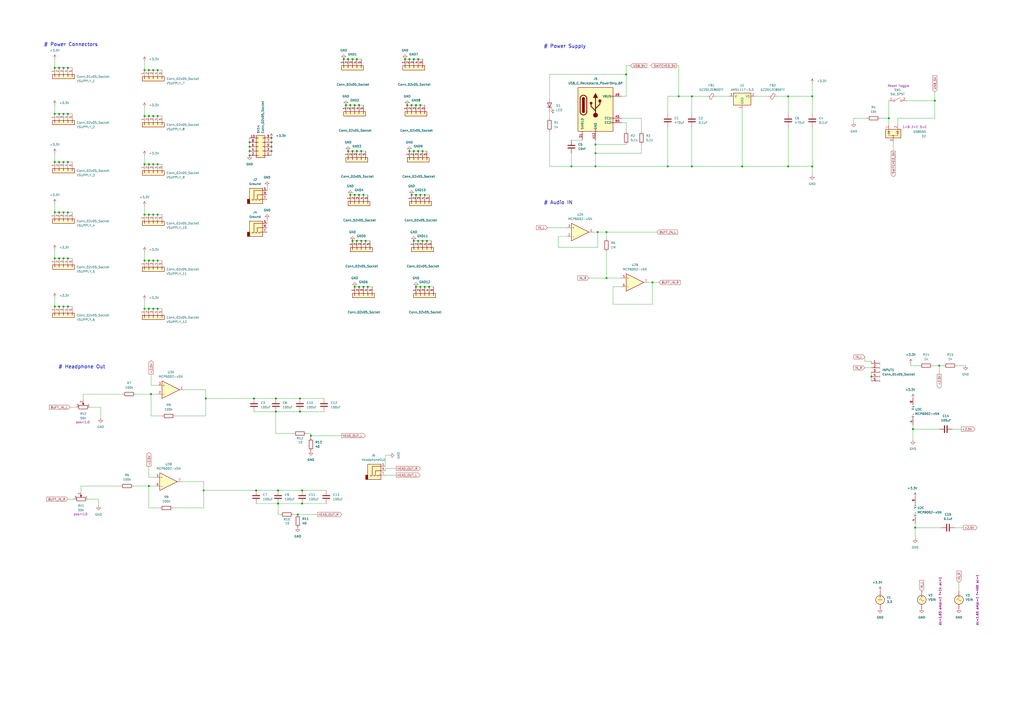
<source format=kicad_sch>
(kicad_sch (version 20231120) (generator "eeschema") (generator_version "8.0")
  (paper "A2")
  (junction (at 86.36 67.31))
  (junction (at 247.65 139.7))
  (junction (at 378.46 163.83))
  (junction (at 88.9 67.31))
  (junction (at 39.37 149.86))
  (junction (at 393.7 55.88))
  (junction (at 243.84 113.03))
  (junction (at 83.82 40.64))
  (junction (at 208.28 60.96))
  (junction (at 505.46 218.44))
  (junction (at 241.3 60.96))
  (junction (at 160.02 238.76))
  (junction (at 210.82 113.03))
  (junction (at 39.37 123.19))
  (junction (at 160.02 231.14))
  (junction (at 201.93 87.63))
  (junction (at 204.47 87.63))
  (junction (at 34.29 177.8))
  (junction (at 87.63 228.6))
  (junction (at 36.83 66.04))
  (junction (at 39.37 39.37))
  (junction (at 242.57 139.7))
  (junction (at 240.03 34.29))
  (junction (at 204.47 139.7))
  (junction (at 34.29 149.86))
  (junction (at 86.36 95.25))
  (junction (at 91.44 67.31))
  (junction (at 242.57 87.63))
  (junction (at 34.29 123.19))
  (junction (at 345.44 83.82))
  (junction (at 31.75 39.37))
  (junction (at 363.22 43.18))
  (junction (at 345.44 96.52))
  (junction (at 157.48 85.09))
  (junction (at 351.79 161.29))
  (junction (at 245.11 139.7))
  (junction (at 175.26 292.1))
  (junction (at 34.29 93.98))
  (junction (at 175.26 284.48))
  (junction (at 86.36 179.07))
  (junction (at 243.84 166.37))
  (junction (at 204.47 34.29))
  (junction (at 471.17 55.88))
  (junction (at 207.01 87.63))
  (junction (at 91.44 179.07))
  (junction (at 147.32 231.14))
  (junction (at 39.37 177.8))
  (junction (at 241.3 166.37))
  (junction (at 36.83 123.19))
  (junction (at 243.84 60.96))
  (junction (at 238.76 60.96))
  (junction (at 173.99 231.14))
  (junction (at 157.48 87.63))
  (junction (at 240.03 139.7))
  (junction (at 39.37 66.04))
  (junction (at 208.28 113.03))
  (junction (at 88.9 179.07))
  (junction (at 457.2 96.52))
  (junction (at 83.82 151.13))
  (junction (at 387.35 96.52))
  (junction (at 34.29 39.37))
  (junction (at 31.75 177.8))
  (junction (at 36.83 149.86))
  (junction (at 88.9 124.46))
  (junction (at 144.78 82.55))
  (junction (at 209.55 87.63))
  (junction (at 430.53 96.52))
  (junction (at 39.37 93.98))
  (junction (at 213.36 166.37))
  (junction (at 544.83 212.09))
  (junction (at 36.83 39.37))
  (junction (at 248.92 166.37))
  (junction (at 245.11 87.63))
  (junction (at 118.11 284.48))
  (junction (at 203.2 113.03))
  (junction (at 201.93 34.29))
  (junction (at 173.99 238.76))
  (junction (at 242.57 34.29))
  (junction (at 36.83 93.98))
  (junction (at 86.36 281.94))
  (junction (at 205.74 60.96))
  (junction (at 542.29 58.42))
  (junction (at 331.47 96.52))
  (junction (at 31.75 93.98))
  (junction (at 471.17 96.52))
  (junction (at 161.29 284.48))
  (junction (at 31.75 66.04))
  (junction (at 207.01 34.29))
  (junction (at 210.82 166.37))
  (junction (at 207.01 139.7))
  (junction (at 212.09 139.7))
  (junction (at 157.48 80.01))
  (junction (at 86.36 40.64))
  (junction (at 83.82 179.07))
  (junction (at 401.32 55.88))
  (junction (at 238.76 113.03))
  (junction (at 236.22 60.96))
  (junction (at 91.44 40.64))
  (junction (at 88.9 151.13))
  (junction (at 515.62 68.58))
  (junction (at 83.82 124.46))
  (junction (at 119.38 231.14))
  (junction (at 157.48 82.55))
  (junction (at 83.82 67.31))
  (junction (at 457.2 55.88))
  (junction (at 351.79 134.62))
  (junction (at 530.86 306.07))
  (junction (at 34.29 66.04))
  (junction (at 345.44 88.9))
  (junction (at 203.2 60.96))
  (junction (at 401.32 96.52))
  (junction (at 88.9 95.25))
  (junction (at 31.75 123.19))
  (junction (at 144.78 87.63))
  (junction (at 86.36 151.13))
  (junction (at 31.75 149.86))
  (junction (at 246.38 113.03))
  (junction (at 83.82 95.25))
  (junction (at 208.28 166.37))
  (junction (at 91.44 95.25))
  (junction (at 91.44 151.13))
  (junction (at 88.9 40.64))
  (junction (at 36.83 177.8))
  (junction (at 346.71 134.62))
  (junction (at 144.78 85.09))
  (junction (at 161.29 292.1))
  (junction (at 241.3 113.03))
  (junction (at 529.59 248.92))
  (junction (at 148.59 284.48))
  (junction (at 240.03 87.63))
  (junction (at 237.49 87.63))
  (junction (at 237.49 34.29))
  (junction (at 180.34 252.73))
  (junction (at 144.78 90.17))
  (junction (at 234.95 34.29))
  (junction (at 200.66 60.96))
  (junction (at 91.44 124.46))
  (junction (at 205.74 113.03))
  (junction (at 246.38 166.37))
  (junction (at 205.74 166.37))
  (junction (at 209.55 139.7))
  (junction (at 172.72 298.45))
  (junction (at 86.36 124.46))
  (junction (at 199.39 34.29))
  (wire (pts (xy 88.9 40.64) (xy 91.44 40.64)))
  (wire (pts (xy 36.83 123.19) (xy 39.37 123.19)))
  (wire (pts (xy 144.78 85.09) (xy 144.78 87.63)))
  (wire (pts (xy 31.75 66.04) (xy 34.29 66.04)))
  (wire (pts (xy 544.83 212.09) (xy 544.83 217.17)))
  (wire (pts (xy 323.85 143.51) (xy 323.85 137.16)))
  (wire (pts (xy 31.75 66.04) (xy 31.75 60.96)))
  (wire (pts (xy 119.38 226.06) (xy 119.38 231.14)))
  (wire (pts (xy 161.29 298.45) (xy 162.56 298.45)))
  (wire (pts (xy 86.36 151.13) (xy 88.9 151.13)))
  (wire (pts (xy 144.78 80.01) (xy 144.78 82.55)))
  (wire (pts (xy 243.84 60.96) (xy 246.38 60.96)))
  (wire (pts (xy 118.11 284.48) (xy 148.59 284.48)))
  (wire (pts (xy 323.85 137.16) (xy 328.93 137.16)))
  (wire (pts (xy 245.11 87.63) (xy 247.65 87.63)))
  (wire (pts (xy 36.83 39.37) (xy 39.37 39.37)))
  (wire (pts (xy 46.99 281.94) (xy 69.85 281.94)))
  (wire (pts (xy 86.36 124.46) (xy 88.9 124.46)))
  (wire (pts (xy 529.59 248.92) (xy 544.83 248.92)))
  (wire (pts (xy 471.17 73.66) (xy 471.17 96.52)))
  (wire (pts (xy 203.2 113.03) (xy 205.74 113.03)))
  (wire (pts (xy 331.47 88.9) (xy 331.47 96.52)))
  (wire (pts (xy 495.3 68.58) (xy 502.92 68.58)))
  (wire (pts (xy 243.84 113.03) (xy 246.38 113.03)))
  (wire (pts (xy 31.75 39.37) (xy 31.75 34.29)))
  (wire (pts (xy 212.09 139.7) (xy 214.63 139.7)))
  (wire (pts (xy 36.83 93.98) (xy 39.37 93.98)))
  (wire (pts (xy 401.32 66.04) (xy 401.32 55.88)))
  (wire (pts (xy 542.29 53.34) (xy 542.29 58.42)))
  (wire (pts (xy 415.29 55.88) (xy 422.91 55.88)))
  (wire (pts (xy 520.7 68.58) (xy 520.7 72.39)))
  (wire (pts (xy 87.63 241.3) (xy 87.63 228.6)))
  (wire (pts (xy 318.77 96.52) (xy 331.47 96.52)))
  (wire (pts (xy 118.11 284.48) (xy 118.11 294.64)))
  (wire (pts (xy 378.46 163.83) (xy 378.46 176.53)))
  (wire (pts (xy 92.71 294.64) (xy 86.36 294.64)))
  (wire (pts (xy 172.72 298.45) (xy 184.15 298.45)))
  (wire (pts (xy 86.36 270.51) (xy 86.36 276.86)))
  (wire (pts (xy 401.32 96.52) (xy 387.35 96.52)))
  (wire (pts (xy 205.74 166.37) (xy 208.28 166.37)))
  (wire (pts (xy 471.17 66.04) (xy 471.17 55.88)))
  (wire (pts (xy 208.28 113.03) (xy 210.82 113.03)))
  (wire (pts (xy 83.82 124.46) (xy 86.36 124.46)))
  (wire (pts (xy 57.15 289.56) (xy 57.15 293.37)))
  (wire (pts (xy 201.93 34.29) (xy 204.47 34.29)))
  (wire (pts (xy 58.42 236.22) (xy 58.42 242.57)))
  (wire (pts (xy 31.75 149.86) (xy 34.29 149.86)))
  (wire (pts (xy 457.2 66.04) (xy 457.2 55.88)))
  (wire (pts (xy 204.47 87.63) (xy 207.01 87.63)))
  (wire (pts (xy 36.83 66.04) (xy 39.37 66.04)))
  (wire (pts (xy 148.59 284.48) (xy 161.29 284.48)))
  (wire (pts (xy 36.83 149.86) (xy 39.37 149.86)))
  (wire (pts (xy 31.75 93.98) (xy 34.29 93.98)))
  (wire (pts (xy 530.86 306.07) (xy 530.86 303.53)))
  (wire (pts (xy 91.44 151.13) (xy 93.98 151.13)))
  (wire (pts (xy 83.82 67.31) (xy 83.82 62.23)))
  (wire (pts (xy 119.38 231.14) (xy 119.38 241.3)))
  (wire (pts (xy 83.82 124.46) (xy 83.82 119.38)))
  (wire (pts (xy 87.63 217.17) (xy 87.63 223.52)))
  (wire (pts (xy 341.63 161.29) (xy 351.79 161.29)))
  (wire (pts (xy 83.82 67.31) (xy 86.36 67.31)))
  (wire (pts (xy 471.17 96.52) (xy 457.2 96.52)))
  (wire (pts (xy 558.8 306.07) (xy 553.72 306.07)))
  (wire (pts (xy 372.11 88.9) (xy 345.44 88.9)))
  (wire (pts (xy 318.77 57.15) (xy 318.77 43.18)))
  (wire (pts (xy 83.82 95.25) (xy 86.36 95.25)))
  (wire (pts (xy 387.35 96.52) (xy 345.44 96.52)))
  (wire (pts (xy 91.44 40.64) (xy 93.98 40.64)))
  (wire (pts (xy 86.36 276.86) (xy 90.17 276.86)))
  (wire (pts (xy 457.2 73.66) (xy 457.2 96.52)))
  (wire (pts (xy 430.53 96.52) (xy 457.2 96.52)))
  (wire (pts (xy 318.77 76.2) (xy 318.77 96.52)))
  (wire (pts (xy 210.82 113.03) (xy 213.36 113.03)))
  (wire (pts (xy 39.37 177.8) (xy 41.91 177.8)))
  (wire (pts (xy 351.79 134.62) (xy 351.79 138.43)))
  (wire (pts (xy 246.38 166.37) (xy 248.92 166.37)))
  (wire (pts (xy 355.6 176.53) (xy 355.6 166.37)))
  (wire (pts (xy 83.82 151.13) (xy 86.36 151.13)))
  (wire (pts (xy 91.44 95.25) (xy 93.98 95.25)))
  (wire (pts (xy 387.35 66.04) (xy 387.35 55.88)))
  (wire (pts (xy 161.29 292.1) (xy 175.26 292.1)))
  (wire (pts (xy 505.46 215.9) (xy 505.46 218.44)))
  (wire (pts (xy 180.34 252.73) (xy 198.12 252.73)))
  (wire (pts (xy 34.29 93.98) (xy 36.83 93.98)))
  (wire (pts (xy 226.06 264.16) (xy 223.52 264.16)))
  (wire (pts (xy 248.92 166.37) (xy 251.46 166.37)))
  (wire (pts (xy 542.29 68.58) (xy 520.7 68.58)))
  (wire (pts (xy 86.36 281.94) (xy 90.17 281.94)))
  (wire (pts (xy 36.83 177.8) (xy 39.37 177.8)))
  (wire (pts (xy 238.76 113.03) (xy 241.3 113.03)))
  (wire (pts (xy 208.28 60.96) (xy 210.82 60.96)))
  (wire (pts (xy 378.46 163.83) (xy 382.27 163.83)))
  (wire (pts (xy 378.46 176.53) (xy 355.6 176.53)))
  (wire (pts (xy 88.9 151.13) (xy 91.44 151.13)))
  (wire (pts (xy 88.9 124.46) (xy 91.44 124.46)))
  (wire (pts (xy 438.15 55.88) (xy 445.77 55.88)))
  (wire (pts (xy 229.87 271.78) (xy 223.52 271.78)))
  (wire (pts (xy 401.32 73.66) (xy 401.32 96.52)))
  (wire (pts (xy 205.74 60.96) (xy 208.28 60.96)))
  (wire (pts (xy 229.87 275.59) (xy 223.52 275.59)))
  (wire (pts (xy 52.07 236.22) (xy 58.42 236.22)))
  (wire (pts (xy 170.18 298.45) (xy 172.72 298.45)))
  (wire (pts (xy 93.98 241.3) (xy 87.63 241.3)))
  (wire (pts (xy 495.3 71.12) (xy 495.3 68.58)))
  (wire (pts (xy 223.52 271.78) (xy 223.52 273.05)))
  (wire (pts (xy 241.3 113.03) (xy 243.84 113.03)))
  (wire (pts (xy 83.82 179.07) (xy 83.82 173.99)))
  (wire (pts (xy 363.22 55.88) (xy 360.68 55.88)))
  (wire (pts (xy 100.33 294.64) (xy 118.11 294.64)))
  (wire (pts (xy 88.9 67.31) (xy 91.44 67.31)))
  (wire (pts (xy 242.57 34.29) (xy 245.11 34.29)))
  (wire (pts (xy 401.32 55.88) (xy 410.21 55.88)))
  (wire (pts (xy 147.32 231.14) (xy 160.02 231.14)))
  (wire (pts (xy 161.29 292.1) (xy 161.29 298.45)))
  (wire (pts (xy 180.34 254) (xy 180.34 252.73)))
  (wire (pts (xy 175.26 284.48) (xy 189.23 284.48)))
  (wire (pts (xy 86.36 179.07) (xy 88.9 179.07)))
  (wire (pts (xy 83.82 40.64) (xy 86.36 40.64)))
  (wire (pts (xy 34.29 177.8) (xy 36.83 177.8)))
  (wire (pts (xy 317.5 132.08) (xy 328.93 132.08)))
  (wire (pts (xy 430.53 63.5) (xy 430.53 96.52)))
  (wire (pts (xy 86.36 294.64) (xy 86.36 281.94)))
  (wire (pts (xy 471.17 48.26) (xy 471.17 55.88)))
  (wire (pts (xy 457.2 55.88) (xy 471.17 55.88)))
  (wire (pts (xy 175.26 292.1) (xy 189.23 292.1)))
  (wire (pts (xy 48.26 228.6) (xy 71.12 228.6)))
  (wire (pts (xy 148.59 292.1) (xy 161.29 292.1)))
  (wire (pts (xy 88.9 179.07) (xy 91.44 179.07)))
  (wire (pts (xy 351.79 146.05) (xy 351.79 161.29)))
  (wire (pts (xy 360.68 68.58) (xy 372.11 68.58)))
  (wire (pts (xy 210.82 166.37) (xy 213.36 166.37)))
  (wire (pts (xy 501.65 207.01) (xy 501.65 209.55)))
  (wire (pts (xy 209.55 139.7) (xy 212.09 139.7)))
  (wire (pts (xy 83.82 179.07) (xy 86.36 179.07)))
  (wire (pts (xy 237.49 34.29) (xy 240.03 34.29)))
  (wire (pts (xy 160.02 251.46) (xy 170.18 251.46)))
  (wire (pts (xy 515.62 68.58) (xy 515.62 72.39)))
  (wire (pts (xy 351.79 161.29) (xy 360.68 161.29)))
  (wire (pts (xy 31.75 39.37) (xy 34.29 39.37)))
  (wire (pts (xy 241.3 166.37) (xy 243.84 166.37)))
  (wire (pts (xy 101.6 241.3) (xy 119.38 241.3)))
  (wire (pts (xy 363.22 71.12) (xy 363.22 76.2)))
  (wire (pts (xy 160.02 231.14) (xy 173.99 231.14)))
  (wire (pts (xy 87.63 228.6) (xy 91.44 228.6)))
  (wire (pts (xy 39.37 149.86) (xy 41.91 149.86)))
  (wire (pts (xy 39.37 123.19) (xy 41.91 123.19)))
  (wire (pts (xy 345.44 88.9) (xy 345.44 83.82)))
  (wire (pts (xy 39.37 93.98) (xy 41.91 93.98)))
  (wire (pts (xy 240.03 87.63) (xy 242.57 87.63)))
  (wire (pts (xy 505.46 218.44) (xy 505.46 220.98)))
  (wire (pts (xy 246.38 113.03) (xy 248.92 113.03)))
  (wire (pts (xy 157.48 87.63) (xy 157.48 90.17)))
  (wire (pts (xy 118.11 279.4) (xy 105.41 279.4)))
  (wire (pts (xy 344.17 134.62) (xy 346.71 134.62)))
  (wire (pts (xy 345.44 83.82) (xy 345.44 81.28)))
  (wire (pts (xy 106.68 226.06) (xy 119.38 226.06)))
  (wire (pts (xy 375.92 163.83) (xy 378.46 163.83)))
  (wire (pts (xy 40.64 236.22) (xy 44.45 236.22)))
  (wire (pts (xy 240.03 34.29) (xy 242.57 34.29)))
  (wire (pts (xy 34.29 39.37) (xy 36.83 39.37)))
  (wire (pts (xy 318.77 43.18) (xy 363.22 43.18)))
  (wire (pts (xy 204.47 34.29) (xy 207.01 34.29)))
  (wire (pts (xy 501.65 213.36) (xy 505.46 213.36)))
  (wire (pts (xy 528.32 212.09) (xy 533.4 212.09)))
  (wire (pts (xy 213.36 166.37) (xy 215.9 166.37)))
  (wire (pts (xy 530.86 306.07) (xy 546.1 306.07)))
  (wire (pts (xy 208.28 166.37) (xy 210.82 166.37)))
  (wire (pts (xy 363.22 43.18) (xy 363.22 55.88)))
  (wire (pts (xy 199.39 34.29) (xy 201.93 34.29)))
  (wire (pts (xy 119.38 231.14) (xy 147.32 231.14)))
  (wire (pts (xy 471.17 101.6) (xy 471.17 96.52)))
  (wire (pts (xy 50.8 289.56) (xy 57.15 289.56)))
  (wire (pts (xy 393.7 55.88) (xy 401.32 55.88)))
  (wire (pts (xy 39.37 39.37) (xy 41.91 39.37)))
  (wire (pts (xy 387.35 55.88) (xy 393.7 55.88)))
  (wire (pts (xy 200.66 60.96) (xy 203.2 60.96)))
  (wire (pts (xy 240.03 139.7) (xy 242.57 139.7)))
  (wire (pts (xy 144.78 87.63) (xy 144.78 90.17)))
  (wire (pts (xy 31.75 144.78) (xy 31.75 149.86)))
  (wire (pts (xy 180.34 252.73) (xy 180.34 251.46)))
  (wire (pts (xy 161.29 284.48) (xy 175.26 284.48)))
  (wire (pts (xy 78.74 228.6) (xy 87.63 228.6)))
  (wire (pts (xy 372.11 68.58) (xy 372.11 76.2)))
  (wire (pts (xy 31.75 93.98) (xy 31.75 88.9)))
  (wire (pts (xy 77.47 281.94) (xy 86.36 281.94)))
  (wire (pts (xy 154.94 107.95) (xy 154.94 110.49)))
  (wire (pts (xy 331.47 96.52) (xy 345.44 96.52)))
  (wire (pts (xy 515.62 58.42) (xy 515.62 68.58)))
  (wire (pts (xy 245.11 139.7) (xy 247.65 139.7)))
  (wire (pts (xy 144.78 82.55) (xy 144.78 85.09)))
  (wire (pts (xy 86.36 95.25) (xy 88.9 95.25)))
  (wire (pts (xy 160.02 251.46) (xy 160.02 238.76)))
  (wire (pts (xy 318.77 68.58) (xy 318.77 64.77)))
  (wire (pts (xy 541.02 212.09) (xy 544.83 212.09)))
  (wire (pts (xy 31.75 177.8) (xy 31.75 172.72)))
  (wire (pts (xy 346.71 134.62) (xy 346.71 143.51)))
  (wire (pts (xy 91.44 179.07) (xy 93.98 179.07)))
  (wire (pts (xy 430.53 96.52) (xy 401.32 96.52)))
  (wire (pts (xy 331.47 81.28) (xy 337.82 81.28)))
  (wire (pts (xy 372.11 83.82) (xy 372.11 88.9)))
  (wire (pts (xy 528.32 210.82) (xy 528.32 212.09)))
  (wire (pts (xy 204.47 139.7) (xy 207.01 139.7)))
  (wire (pts (xy 83.82 95.25) (xy 83.82 90.17)))
  (wire (pts (xy 529.59 255.27) (xy 529.59 248.92)))
  (wire (pts (xy 544.83 212.09) (xy 547.37 212.09)))
  (wire (pts (xy 345.44 96.52) (xy 345.44 88.9)))
  (wire (pts (xy 31.75 123.19) (xy 31.75 118.11)))
  (wire (pts (xy 205.74 113.03) (xy 208.28 113.03)))
  (wire (pts (xy 393.7 38.1) (xy 393.7 55.88)))
  (wire (pts (xy 238.76 60.96) (xy 241.3 60.96)))
  (wire (pts (xy 83.82 40.64) (xy 83.82 35.56)))
  (wire (pts (xy 560.07 212.09) (xy 554.99 212.09)))
  (wire (pts (xy 505.46 209.55) (xy 505.46 210.82)))
  (wire (pts (xy 31.75 177.8) (xy 34.29 177.8)))
  (wire (pts (xy 173.99 238.76) (xy 187.96 238.76)))
  (wire (pts (xy 87.63 223.52) (xy 91.44 223.52)))
  (wire (pts (xy 157.48 85.09) (xy 157.48 87.63)))
  (wire (pts (xy 157.48 80.01) (xy 157.48 82.55)))
  (wire (pts (xy 243.84 166.37) (xy 246.38 166.37)))
  (wire (pts (xy 387.35 73.66) (xy 387.35 96.52)))
  (wire (pts (xy 360.68 71.12) (xy 363.22 71.12)))
  (wire (pts (xy 157.48 82.55) (xy 157.48 85.09)))
  (wire (pts (xy 355.6 166.37) (xy 360.68 166.37)))
  (wire (pts (xy 223.52 264.16) (xy 223.52 270.51)))
  (wire (pts (xy 177.8 251.46) (xy 180.34 251.46)))
  (wire (pts (xy 241.3 60.96) (xy 243.84 60.96)))
  (wire (pts (xy 501.65 209.55) (xy 505.46 209.55)))
  (wire (pts (xy 542.29 58.42) (xy 542.29 68.58)))
  (wire (pts (xy 118.11 279.4) (xy 118.11 284.48)))
  (wire (pts (xy 346.71 134.62) (xy 351.79 134.62)))
  (wire (pts (xy 154.94 127) (xy 154.94 129.54)))
  (wire (pts (xy 346.71 143.51) (xy 323.85 143.51)))
  (wire (pts (xy 201.93 87.63) (xy 204.47 87.63)))
  (wire (pts (xy 48.26 232.41) (xy 48.26 228.6)))
  (wire (pts (xy 530.86 312.42) (xy 530.86 306.07)))
  (wire (pts (xy 88.9 95.25) (xy 91.44 95.25)))
  (wire (pts (xy 86.36 40.64) (xy 88.9 40.64)))
  (wire (pts (xy 173.99 231.14) (xy 187.96 231.14)))
  (wire (pts (xy 363.22 83.82) (xy 345.44 83.82)))
  (wire (pts (xy 39.37 66.04) (xy 41.91 66.04)))
  (wire (pts (xy 236.22 60.96) (xy 238.76 60.96)))
  (wire (pts (xy 203.2 60.96) (xy 205.74 60.96)))
  (wire (pts (xy 91.44 67.31) (xy 93.98 67.31)))
  (wire (pts (xy 31.75 123.19) (xy 34.29 123.19)))
  (wire (pts (xy 160.02 238.76) (xy 173.99 238.76)))
  (wire (pts (xy 207.01 87.63) (xy 209.55 87.63)))
  (wire (pts (xy 365.76 38.1) (xy 363.22 38.1)))
  (wire (pts (xy 247.65 139.7) (xy 250.19 139.7)))
  (wire (pts (xy 39.37 289.56) (xy 43.18 289.56)))
  (wire (pts (xy 83.82 151.13) (xy 83.82 146.05)))
  (wire (pts (xy 147.32 238.76) (xy 160.02 238.76)))
  (wire (pts (xy 529.59 248.92) (xy 529.59 246.38)))
  (wire (pts (xy 34.29 66.04) (xy 36.83 66.04)))
  (wire (pts (xy 237.49 87.63) (xy 240.03 87.63)))
  (wire (pts (xy 525.78 58.42) (xy 542.29 58.42)))
  (wire (pts (xy 557.53 248.92) (xy 552.45 248.92)))
  (wire (pts (xy 91.44 124.46) (xy 93.98 124.46)))
  (wire (pts (xy 351.79 134.62) (xy 381 134.62)))
  (wire (pts (xy 450.85 55.88) (xy 457.2 55.88)))
  (wire (pts (xy 242.57 139.7) (xy 245.11 139.7)))
  (wire (pts (xy 510.54 68.58) (xy 515.62 68.58)))
  (wire (pts (xy 34.29 123.19) (xy 36.83 123.19)))
  (wire (pts (xy 234.95 34.29) (xy 237.49 34.29)))
  (wire (pts (xy 207.01 139.7) (xy 209.55 139.7)))
  (wire (pts (xy 46.99 285.75) (xy 46.99 281.94)))
  (wire (pts (xy 363.22 38.1) (xy 363.22 43.18)))
  (wire (pts (xy 392.43 38.1) (xy 393.7 38.1)))
  (wire (pts (xy 518.16 82.55) (xy 518.16 87.63)))
  (wire (pts (xy 242.57 87.63) (xy 245.11 87.63)))
  (wire (pts (xy 207.01 34.29) (xy 209.55 34.29)))
  (wire (pts (xy 556.26 337.82) (xy 556.26 342.9)))
  (wire (pts (xy 209.55 87.63) (xy 212.09 87.63)))
  (wire (pts (xy 34.29 149.86) (xy 36.83 149.86)))
  (wire (pts (xy 86.36 67.31) (xy 88.9 67.31)))
  (text "# Power Supply" (at 327.66 26.924 0) (effects (font (size 2.032 2.032) (thickness 0.254) (bold yes))))
  (text "# Audio IN" (at 323.85 117.602 0) (effects (font (size 2.032 2.032) (thickness 0.254) (bold yes))))
  (text "# Headphone Out" (at 47.498 212.852 0) (effects (font (size 2.032 2.032) (thickness 0.254) (bold yes))))
  (text "# Power Connectors" (at 41.148 25.908 0) (effects (font (size 2.032 2.032) (thickness 0.254) (bold yes))))
  (global_label "USB_5V" (shape input) (at 365.76 38.1 0) (property "Intersheetrefs" "${INTERSHEET_REFS}" (effects (hide yes))))
  (global_label "BUFF_IN_R" (shape input) (at 382.27 163.83 0) (property "Intersheetrefs" "${INTERSHEET_REFS}" (effects (hide yes))))
  (global_label "+2.5V" (shape output) (at 557.53 248.92 0) (property "Intersheetrefs" "${INTERSHEET_REFS}" (effects (hide yes))))
  (global_label "BUFF_IN_L" (shape input) (at 40.64 236.22 180) (property "Intersheetrefs" "${INTERSHEET_REFS}" (effects (hide yes))))
  (global_label "HEAD_OUT_L" (shape output) (at 198.12 252.73 0) (property "Intersheetrefs" "${INTERSHEET_REFS}" (effects (hide yes))))
  (global_label "+2.5V" (shape output) (at 87.63 217.17 90) (property "Intersheetrefs" "${INTERSHEET_REFS}" (effects (hide yes))))
  (global_label "HEAD_OUT_R" (shape output) (at 229.87 271.78 0) (property "Intersheetrefs" "${INTERSHEET_REFS}" (effects (hide yes))))
  (global_label "IN_L" (shape input) (at 317.5 132.08 180) (property "Intersheetrefs" "${INTERSHEET_REFS}" (effects (hide yes))))
  (global_label "SWITCHED_5V" (shape output) (at 392.43 38.1 180) (property "Intersheetrefs" "${INTERSHEET_REFS}" (effects (hide yes))))
  (global_label "IN_L" (shape input) (at 534.67 342.9 90) (property "Intersheetrefs" "${INTERSHEET_REFS}" (effects (hide yes))))
  (global_label "SWITCHED_5V" (shape output) (at 518.16 87.63 270) (property "Intersheetrefs" "${INTERSHEET_REFS}" (effects (hide yes))))
  (global_label "IN_R" (shape input) (at 556.26 337.82 90) (property "Intersheetrefs" "${INTERSHEET_REFS}" (effects (hide yes))))
  (global_label "USB_5V" (shape input) (at 542.29 53.34 90) (property "Intersheetrefs" "${INTERSHEET_REFS}" (effects (hide yes))))
  (global_label "IN_R" (shape input) (at 501.65 213.36 180) (property "Intersheetrefs" "${INTERSHEET_REFS}" (effects (hide yes))))
  (global_label "HEAD_OUT_R" (shape output) (at 184.15 298.45 0) (property "Intersheetrefs" "${INTERSHEET_REFS}" (effects (hide yes))))
  (global_label "BUFF_IN_L" (shape input) (at 381 134.62 0) (property "Intersheetrefs" "${INTERSHEET_REFS}" (effects (hide yes))))
  (global_label "+2.5V" (shape output) (at 86.36 270.51 90) (property "Intersheetrefs" "${INTERSHEET_REFS}" (effects (hide yes))))
  (global_label "IN_L" (shape input) (at 501.65 207.01 180) (property "Intersheetrefs" "${INTERSHEET_REFS}" (effects (hide yes))))
  (global_label "+2.5V" (shape output) (at 558.8 306.07 0) (property "Intersheetrefs" "${INTERSHEET_REFS}" (effects (hide yes))))
  (global_label "BUFF_IN_R" (shape input) (at 39.37 289.56 180) (property "Intersheetrefs" "${INTERSHEET_REFS}" (effects (hide yes))))
  (global_label "HEAD_OUT_L" (shape output) (at 229.87 275.59 0) (property "Intersheetrefs" "${INTERSHEET_REFS}" (effects (hide yes))))
  (global_label "IN_R" (shape input) (at 341.63 161.29 180) (property "Intersheetrefs" "${INTERSHEET_REFS}" (effects (hide yes))))
  (global_label "+2.5V" (shape output) (at 544.83 217.17 270) (property "Intersheetrefs" "${INTERSHEET_REFS}" (effects (hide yes))))
  (symbol (lib_id "Connector_Generic:Conn_01x05") (at 210.82 171.45 90) (mirror x) (unit 1) (exclude_from_sim yes)
    (property "Reference" "GND6" (at 210.82 163.576 90))
    (property "Value" "Conn_02x05_Socket" (at 211.074 181.102 90))
    (property "Footprint" "BreadModular_MISC:Power_Connector" (effects (hide yes)))
    (property "Description" "Generic connector, single row, 01x05, script generated (kicad-library-utils/schlib/autogen/connector/)" (effects (hide yes)))
  )
  (symbol (lib_id "power:GND") (at 556.26 353.06 0) (unit 1)
    (property "Reference" "#PWR032" (effects (hide yes)))
    (property "Value" "GND" (at 556.26 358.14 0))
    (property "Description" "Power symbol creates a global label with name \"GND\" , ground" (effects (hide yes)))
  )
  (symbol (lib_id "Device:C") (at 189.23 288.29 0) (unit 1)
    (property "Reference" "C13" (at 193.04 287.0199 0) (effects (justify left)))
    (property "Value" "100uf" (at 193.04 289.5599 0) (effects (justify left)))
    (property "Footprint" "Capacitor_SMD:C_1206_3216Metric" (effects (hide yes)))
    (property "Description" "Unpolarized capacitor" (effects (hide yes)))
  )
  (symbol (lib_id "Device:R") (at 551.18 212.09 90) (unit 1)
    (property "Reference" "R15" (at 551.18 205.74 90))
    (property "Value" "1k" (at 551.18 208.28 90))
    (property "Footprint" "Resistor_SMD:R_0402_1005Metric" (effects (hide yes)))
    (property "Description" "Resistor" (effects (hide yes)))
  )
  (symbol (lib_id "Amplifier_Operational:MCP6002-xSN") (at 336.55 134.62 0) (unit 1)
    (property "Reference" "U2" (at 336.55 124.46 0))
    (property "Value" "MCP6002-xSN" (at 336.55 127 0))
    (property "Footprint" "Package_SO:SOIC-8-1EP_3.9x4.9mm_P1.27mm_EP2.29x3mm" (effects (hide yes)))
    (property "Datasheet" "http://ww1.microchip.com/downloads/en/DeviceDoc/21733j.pdf" (effects (hide yes)))
    (property "Description" "1MHz, Low-Power Op Amp, SOIC-8" (effects (hide yes)))
    (property "Sim.Library" "${KICAD8_SYMBOL_DIR}/Simulation_SPICE.sp" (effects (hide yes)))
    (property "Sim.Name" "kicad_builtin_opamp_dual" (effects (hide yes)))
    (property "Sim.Device" "SUBCKT" (effects (hide yes)))
    (property "Sim.Pins" "1=out1 2=in1- 3=in1+ 4=vee 5=in2+ 6=in2- 7=out2 8=vcc" (effects (hide yes)))
  )
  (symbol (lib_id "Device:R") (at 372.11 80.01 0) (unit 1) (exclude_from_sim yes)
    (property "Reference" "R3" (at 374.65 78.7399 0) (effects (justify left)))
    (property "Value" "5.1k" (at 374.65 81.2799 0) (effects (justify left)))
    (property "Footprint" "Resistor_SMD:R_0603_1608Metric" (effects (hide yes)))
    (property "Description" "Resistor" (effects (hide yes)))
  )
  (symbol (lib_id "Connector_Generic:Conn_01x05") (at 88.9 184.15 90) (mirror x) (unit 1) (exclude_from_sim yes)
    (property "Reference" "VSUPPLY_12" (at 96.52 186.6901 90) (effects (justify right)))
    (property "Value" "Conn_02x05_Socket" (at 96.52 184.1501 90) (effects (justify right)))
    (property "Footprint" "BreadModular_MISC:Power_Connector" (effects (hide yes)))
    (property "Description" "Generic connector, single row, 01x05, script generated (kicad-library-utils/schlib/autogen/connector/)" (effects (hide yes)))
  )
  (symbol (lib_id "Device:R") (at 97.79 241.3 90) (unit 1)
    (property "Reference" "R9" (at 97.79 234.95 90))
    (property "Value" "100k" (at 97.79 237.49 90))
    (property "Footprint" "Resistor_SMD:R_0402_1005Metric" (effects (hide yes)))
    (property "Description" "Resistor" (effects (hide yes)))
  )
  (symbol (lib_id "power:+5V") (at 510.54 342.9 0) (unit 1)
    (property "Reference" "#PWR025" (effects (hide yes)))
    (property "Value" "+3.3V" (at 505.968 337.82 0) (effects (justify left)))
    (property "Description" "Power symbol creates a global label with name \"+5V\"" (effects (hide yes)))
  )
  (symbol (lib_id "power:GND") (at 241.3 166.37 180) (unit 1)
    (property "Reference" "#PWR024" (effects (hide yes)))
    (property "Value" "GND" (at 241.3 161.29 0))
    (property "Description" "Power symbol creates a global label with name \"GND\" , ground" (effects (hide yes)))
  )
  (symbol (lib_id "power:+5V") (at 529.59 231.14 0) (unit 1)
    (property "Reference" "#PWR042" (effects (hide yes)))
    (property "Value" "+3.3V" (at 525.018 226.06 0) (effects (justify left)))
    (property "Description" "Power symbol creates a global label with name \"+5V\"" (effects (hide yes)))
  )
  (symbol (lib_id "Connector_Generic:Conn_01x05") (at 207.01 92.71 90) (mirror x) (unit 1) (exclude_from_sim yes)
    (property "Reference" "GND3" (at 207.01 84.836 90))
    (property "Value" "Conn_02x05_Socket" (at 207.264 102.362 90))
    (property "Footprint" "BreadModular_MISC:Power_Connector" (effects (hide yes)))
    (property "Description" "Generic connector, single row, 01x05, script generated (kicad-library-utils/schlib/autogen/connector/)" (effects (hide yes)))
  )
  (symbol (lib_id "Connector_Generic:Conn_01x05") (at 240.03 39.37 90) (mirror x) (unit 1) (exclude_from_sim yes)
    (property "Reference" "GND7" (at 240.03 31.496 90))
    (property "Value" "Conn_02x05_Socket" (at 240.284 49.022 90))
    (property "Footprint" "BreadModular_MISC:Power_Connector" (effects (hide yes)))
    (property "Description" "Generic connector, single row, 01x05, script generated (kicad-library-utils/schlib/autogen/connector/)" (effects (hide yes)))
  )
  (symbol (lib_id "Connector_Generic:Conn_01x05") (at 36.83 44.45 90) (mirror x) (unit 1) (exclude_from_sim yes)
    (property "Reference" "VSUPPLY_1" (at 44.45 46.9901 90) (effects (justify right)))
    (property "Value" "Conn_01x05_Socket" (at 44.45 44.4501 90) (effects (justify right)))
    (property "Footprint" "BreadModular_MISC:Power_Connector" (effects (hide yes)))
    (property "Description" "Generic connector, single row, 01x05, script generated (kicad-library-utils/schlib/autogen/connector/)" (effects (hide yes)))
  )
  (symbol (lib_id "Connector_Generic:Conn_01x05") (at 88.9 100.33 90) (mirror x) (unit 1) (exclude_from_sim yes)
    (property "Reference" "VSUPPLY_9" (at 96.52 102.8701 90) (effects (justify right)))
    (property "Value" "Conn_02x05_Socket" (at 96.52 100.3301 90) (effects (justify right)))
    (property "Footprint" "BreadModular_MISC:Power_Connector" (effects (hide yes)))
    (property "Description" "Generic connector, single row, 01x05, script generated (kicad-library-utils/schlib/autogen/connector/)" (effects (hide yes)))
  )
  (symbol (lib_id "power:GND") (at 144.78 90.17 0) (unit 1)
    (property "Reference" "#PWR027" (effects (hide yes)))
    (property "Value" "GND" (at 144.78 95.25 0))
    (property "Description" "Power symbol creates a global label with name \"GND\" , ground" (effects (hide yes)))
  )
  (symbol (lib_id "Regulator_Linear:AMS1117-3.3") (at 430.53 55.88 0) (unit 1) (exclude_from_sim yes)
    (property "Reference" "U1" (at 430.53 49.53 0))
    (property "Value" "AMS1117-3.3" (at 430.53 52.07 0))
    (property "Footprint" "Package_TO_SOT_SMD:SOT-223" (effects (hide yes)))
    (property "Datasheet" "http://www.advanced-monolithic.com/pdf/ds1117.pdf" (effects (hide yes)))
    (property "Description" "1A Low Dropout regulator, positive, 3.3V fixed output, SOT-223" (effects (hide yes)))
  )
  (symbol (lib_id "Connector_Generic:Conn_01x05") (at 242.57 92.71 90) (mirror x) (unit 1) (exclude_from_sim yes)
    (property "Reference" "GND9" (at 242.57 84.836 90))
    (property "Value" "Conn_02x05_Socket" (at 242.824 102.362 90))
    (property "Footprint" "BreadModular_MISC:Power_Connector" (effects (hide yes)))
    (property "Description" "Generic connector, single row, 01x05, script generated (kicad-library-utils/schlib/autogen/connector/)" (effects (hide yes)))
  )
  (symbol (lib_id "power:+5V") (at 31.75 88.9 0) (unit 1)
    (property "Reference" "#PWR07" (effects (hide yes)))
    (property "Value" "+3.3V" (at 31.75 83.82 0))
    (property "Description" "Power symbol creates a global label with name \"+5V\"" (effects (hide yes)))
  )
  (symbol (lib_id "power:+5V") (at 31.75 144.78 0) (unit 1)
    (property "Reference" "#PWR09" (effects (hide yes)))
    (property "Value" "+3.3V" (at 34.29 143.5099 0) (effects (justify left)))
    (property "Description" "Power symbol creates a global label with name \"+5V\"" (effects (hide yes)))
  )
  (symbol (lib_id "Simulation_SPICE:VSIN") (at 556.26 347.98 0) (unit 1) (on_board no)
    (property "Reference" "V3" (at 560.07 345.3101 0) (effects (justify left)))
    (property "Value" "VSIN" (at 560.07 347.8501 0) (effects (justify left)))
    (property "Datasheet" "https://ngspice.sourceforge.io/docs/ngspice-html-manual/manual.xhtml#sec_Independent_Sources_for" (effects (hide yes)))
    (property "Description" "Voltage source, sinusoidal" (effects (hide yes)))
    (property "Sim.Pins" "1=+ 2=-" (effects (hide yes)))
    (property "Sim.Params" "dc=1.65 ampl=1 f=400 ac=1" (at 566.928 362.712 90) (effects (justify left)))
    (property "Sim.Type" "SIN" (effects (hide yes)))
    (property "Sim.Device" "V" (effects (hide yes)))
  )
  (symbol (lib_id "power:+5V") (at 83.82 146.05 0) (unit 1)
    (property "Reference" "#PWR017" (effects (hide yes)))
    (property "Value" "+3.3V" (at 86.36 144.7799 0) (effects (justify left)))
    (property "Description" "Power symbol creates a global label with name \"+5V\"" (effects (hide yes)))
  )
  (symbol (lib_id "Amplifier_Operational:MCP6002-xSN") (at 99.06 226.06 0) (unit 1)
    (property "Reference" "U3" (at 99.06 215.9 0))
    (property "Value" "MCP6002-xSN" (at 99.06 218.44 0))
    (property "Footprint" "Package_SO:SOIC-8-1EP_3.9x4.9mm_P1.27mm_EP2.29x3mm" (effects (hide yes)))
    (property "Datasheet" "http://ww1.microchip.com/downloads/en/DeviceDoc/21733j.pdf" (effects (hide yes)))
    (property "Description" "1MHz, Low-Power Op Amp, SOIC-8" (effects (hide yes)))
    (property "Sim.Library" "${KICAD8_SYMBOL_DIR}/Simulation_SPICE.sp" (effects (hide yes)))
    (property "Sim.Name" "kicad_builtin_opamp_dual" (effects (hide yes)))
    (property "Sim.Device" "SUBCKT" (effects (hide yes)))
    (property "Sim.Pins" "1=out1 2=in1- 3=in1+ 4=vee 5=in2+ 6=in2- 7=out2 8=vcc" (effects (hide yes)))
  )
  (symbol (lib_id "Device:C") (at 471.17 69.85 0) (unit 1) (exclude_from_sim yes)
    (property "Reference" "C4" (at 474.98 68.5799 0) (effects (justify left)))
    (property "Value" "0.1uf" (at 474.98 71.1199 0) (effects (justify left)))
    (property "Footprint" "Capacitor_SMD:C_0805_2012Metric" (effects (hide yes)))
    (property "Description" "Unpolarized capacitor" (effects (hide yes)))
  )
  (symbol (lib_id "power:+5V") (at 31.75 34.29 0) (unit 1)
    (property "Reference" "#PWR01" (effects (hide yes)))
    (property "Value" "+3.3V" (at 31.75 29.21 0))
    (property "Description" "Power symbol creates a global label with name \"+5V\"" (effects (hide yes)))
  )
  (symbol (lib_id "Connector_Generic:Conn_01x05") (at 88.9 72.39 90) (mirror x) (unit 1) (exclude_from_sim yes)
    (property "Reference" "VSUPPLY_8" (at 96.52 74.9301 90) (effects (justify right)))
    (property "Value" "Conn_02x05_Socket" (at 96.52 72.3901 90) (effects (justify right)))
    (property "Footprint" "BreadModular_MISC:Power_Connector" (effects (hide yes)))
    (property "Description" "Generic connector, single row, 01x05, script generated (kicad-library-utils/schlib/autogen/connector/)" (effects (hide yes)))
  )
  (symbol (lib_id "power:GND") (at 199.39 34.29 180) (unit 1)
    (property "Reference" "#PWR05" (effects (hide yes)))
    (property "Value" "GND" (at 199.39 29.21 0))
    (property "Description" "Power symbol creates a global label with name \"GND\" , ground" (effects (hide yes)))
  )
  (symbol (lib_id "Connector:USB_C_Receptacle_PowerOnly_6P") (at 345.44 63.5 0) (unit 1) (exclude_from_sim yes)
    (property "Reference" "J5" (at 345.44 45.72 0))
    (property "Value" "USB_C_Receptacle_PowerOnly_6P" (at 345.44 48.26 0))
    (property "Footprint" "BreadModular_TypeC:HRO-TYPE-C-31-M-12" (effects (hide yes)))
    (property "Datasheet" "https://www.usb.org/sites/default/files/documents/usb_type-c.zip" (effects (hide yes)))
    (property "Description" "USB Power-Only 6P Type-C Receptacle connector" (effects (hide yes)))
  )
  (symbol (lib_id "Connector_Generic:Conn_01x05") (at 36.83 99.06 90) (mirror x) (unit 1) (exclude_from_sim yes)
    (property "Reference" "VSUPPLY_3" (at 44.45 101.6001 90) (effects (justify right)))
    (property "Value" "Conn_02x05_Socket" (at 44.45 99.0601 90) (effects (justify right)))
    (property "Footprint" "BreadModular_MISC:Power_Connector" (effects (hide yes)))
    (property "Description" "Generic connector, single row, 01x05, script generated (kicad-library-utils/schlib/autogen/connector/)" (effects (hide yes)))
  )
  (symbol (lib_id "Amplifier_Operational:MCP6002-xSN") (at 532.13 238.76 0) (unit 3)
    (property "Reference" "U3" (at 530.86 237.4899 0) (effects (justify left)))
    (property "Value" "MCP6002-xSN" (at 530.86 240.0299 0) (effects (justify left)))
    (property "Footprint" "Package_SO:SOIC-8-1EP_3.9x4.9mm_P1.27mm_EP2.29x3mm" (effects (hide yes)))
    (property "Datasheet" "http://ww1.microchip.com/downloads/en/DeviceDoc/21733j.pdf" (effects (hide yes)))
    (property "Description" "1MHz, Low-Power Op Amp, SOIC-8" (effects (hide yes)))
    (property "Sim.Library" "${KICAD8_SYMBOL_DIR}/Simulation_SPICE.sp" (effects (hide yes)))
    (property "Sim.Name" "kicad_builtin_opamp_dual" (effects (hide yes)))
    (property "Sim.Device" "SUBCKT" (effects (hide yes)))
    (property "Sim.Pins" "1=out1 2=in1- 3=in1+ 4=vee 5=in2+ 6=in2- 7=out2 8=vcc" (effects (hide yes)))
  )
  (symbol (lib_id "Connector_Audio:AudioJack3") (at 149.86 113.03 0) (unit 1) (exclude_from_sim yes)
    (property "Reference" "J2" (at 147.955 104.14 0))
    (property "Value" "Ground" (at 147.955 106.68 0))
    (property "Footprint" "BreadModular_AudioJacks:Jack_3.5mm_QingPu_WQP-PJ366ST_Vertical" (effects (hide yes)))
    (property "Description" "Audio Jack, 3 Poles (Stereo / TRS)" (effects (hide yes)))
  )
  (symbol (lib_id "Device:FerriteBead_Small") (at 448.31 55.88 90) (unit 1) (exclude_from_sim yes)
    (property "Reference" "FB2" (at 448.2719 49.53 90))
    (property "Value" "GZ2012E800TF" (at 448.2719 52.07 90))
    (property "Footprint" "Capacitor_SMD:C_0805_2012Metric" (effects (hide yes)))
    (property "Description" "Ferrite bead, small symbol" (effects (hide yes)))
  )
  (symbol (lib_id "power:+5V") (at 83.82 62.23 0) (unit 1)
    (property "Reference" "#PWR014" (effects (hide yes)))
    (property "Value" "+3.3V" (at 86.36 60.9599 0) (effects (justify left)))
    (property "Description" "Power symbol creates a global label with name \"+5V\"" (effects (hide yes)))
  )
  (symbol (lib_id "Device:C") (at 173.99 234.95 0) (unit 1)
    (property "Reference" "C10" (at 177.8 233.6799 0) (effects (justify left)))
    (property "Value" "100uf" (at 177.8 236.2199 0) (effects (justify left)))
    (property "Footprint" "Capacitor_SMD:C_1206_3216Metric" (effects (hide yes)))
    (property "Description" "Unpolarized capacitor" (effects (hide yes)))
  )
  (symbol (lib_id "Device:C") (at 175.26 288.29 0) (unit 1)
    (property "Reference" "C11" (at 179.07 287.0199 0) (effects (justify left)))
    (property "Value" "100uf" (at 179.07 289.5599 0) (effects (justify left)))
    (property "Footprint" "Capacitor_SMD:C_1206_3216Metric" (effects (hide yes)))
    (property "Description" "Unpolarized capacitor" (effects (hide yes)))
  )
  (symbol (lib_id "Device:R") (at 172.72 302.26 180) (unit 1) (on_board no)
    (property "Reference" "R11" (at 175.26 300.9899 0) (effects (justify right)))
    (property "Value" "40" (at 175.26 303.5299 0) (effects (justify right)))
    (property "Description" "Resistor" (effects (hide yes)))
  )
  (symbol (lib_id "Device:R") (at 180.34 257.81 180) (unit 1) (on_board no)
    (property "Reference" "R13" (at 182.88 256.5399 0) (effects (justify right)))
    (property "Value" "40" (at 182.88 259.0799 0) (effects (justify right)))
    (property "Footprint" "Resistor_SMD:R_0402_1005Metric" (effects (hide yes)))
    (property "Description" "Resistor" (effects (hide yes)))
  )
  (symbol (lib_id "Connector_Audio:AudioJack3") (at 149.86 132.08 0) (unit 1) (exclude_from_sim yes)
    (property "Reference" "J4" (at 147.955 123.19 0))
    (property "Value" "Ground" (at 147.955 125.73 0))
    (property "Footprint" "BreadModular_AudioJacks:Jack_3.5mm_QingPu_WQP-PJ366ST_Vertical" (effects (hide yes)))
    (property "Description" "Audio Jack, 3 Poles (Stereo / TRS)" (effects (hide yes)))
  )
  (symbol (lib_id "Connector_Generic:Conn_01x05") (at 209.55 144.78 90) (mirror x) (unit 1) (exclude_from_sim yes)
    (property "Reference" "GND5" (at 209.55 136.906 90))
    (property "Value" "Conn_02x05_Socket" (at 209.804 154.432 90))
    (property "Footprint" "BreadModular_MISC:Power_Connector" (effects (hide yes)))
    (property "Description" "Generic connector, single row, 01x05, script generated (kicad-library-utils/schlib/autogen/connector/)" (effects (hide yes)))
  )
  (symbol (lib_id "Device:C") (at 548.64 248.92 90) (unit 1)
    (property "Reference" "C14" (at 548.64 241.3 90))
    (property "Value" "100uf" (at 548.64 243.84 90))
    (property "Footprint" "Capacitor_SMD:C_1206_3216Metric" (effects (hide yes)))
    (property "Description" "Unpolarized capacitor" (effects (hide yes)))
  )
  (symbol (lib_id "power:+5V") (at 471.17 48.26 0) (unit 1)
    (property "Reference" "#PWR035" (effects (hide yes)))
    (property "Value" "+3.3V" (at 473.71 46.9899 0) (effects (justify left)))
    (property "Description" "Power symbol creates a global label with name \"+5V\"" (effects (hide yes)))
  )
  (symbol (lib_id "Connector_Generic:Conn_01x05") (at 36.83 128.27 90) (mirror x) (unit 1) (exclude_from_sim yes)
    (property "Reference" "VSUPPLY_4" (at 44.45 130.8101 90) (effects (justify right)))
    (property "Value" "Conn_02x05_Socket" (at 44.45 128.2701 90) (effects (justify right)))
    (property "Footprint" "BreadModular_MISC:Power_Connector" (effects (hide yes)))
    (property "Description" "Generic connector, single row, 01x05, script generated (kicad-library-utils/schlib/autogen/connector/)" (effects (hide yes)))
  )
  (symbol (lib_id "Connector_Generic:Conn_01x05") (at 36.83 154.94 90) (mirror x) (unit 1) (exclude_from_sim yes)
    (property "Reference" "VSUPPLY_5" (at 44.45 157.4801 90) (effects (justify right)))
    (property "Value" "Conn_02x05_Socket" (at 44.45 154.9401 90) (effects (justify right)))
    (property "Footprint" "BreadModular_MISC:Power_Connector" (effects (hide yes)))
    (property "Description" "Generic connector, single row, 01x05, script generated (kicad-library-utils/schlib/autogen/connector/)" (effects (hide yes)))
  )
  (symbol (lib_id "power:+5V") (at 83.82 173.99 0) (unit 1)
    (property "Reference" "#PWR018" (effects (hide yes)))
    (property "Value" "+3.3V" (at 86.36 172.7199 0) (effects (justify left)))
    (property "Description" "Power symbol creates a global label with name \"+5V\"" (effects (hide yes)))
  )
  (symbol (lib_id "Device:R") (at 506.73 68.58 90) (unit 1) (exclude_from_sim yes)
    (property "Reference" "R4" (at 506.73 62.23 90))
    (property "Value" "10k" (at 506.73 64.77 90))
    (property "Footprint" "Resistor_SMD:R_0402_1005Metric" (effects (hide yes)))
    (property "Description" "Resistor" (effects (hide yes)))
  )
  (symbol (lib_id "power:GND") (at 240.03 139.7 180) (unit 1)
    (property "Reference" "#PWR023" (effects (hide yes)))
    (property "Value" "GND" (at 240.03 134.62 0))
    (property "Description" "Power symbol creates a global label with name \"GND\" , ground" (effects (hide yes)))
  )
  (symbol (lib_id "Connector_Generic:Conn_01x05") (at 36.83 71.12 90) (mirror x) (unit 1) (exclude_from_sim yes)
    (property "Reference" "VSUPPLY_2" (at 44.45 73.6601 90) (effects (justify right)))
    (property "Value" "Conn_02x05_Socket" (at 44.45 71.1201 90) (effects (justify right)))
    (property "Footprint" "BreadModular_MISC:Power_Connector" (effects (hide yes)))
    (property "Description" "Generic connector, single row, 01x05, script generated (kicad-library-utils/schlib/autogen/connector/)" (effects (hide yes)))
  )
  (symbol (lib_id "Device:R") (at 318.77 72.39 0) (unit 1) (exclude_from_sim yes)
    (property "Reference" "R1" (at 321.31 71.1199 0) (effects (justify left)))
    (property "Value" "1k" (at 321.31 73.6599 0) (effects (justify left)))
    (property "Footprint" "Resistor_SMD:R_0402_1005Metric" (effects (hide yes)))
    (property "Description" "Resistor" (effects (hide yes)))
  )
  (symbol (lib_id "power:+5V") (at 530.86 288.29 0) (unit 1)
    (property "Reference" "#PWR044" (effects (hide yes)))
    (property "Value" "+3.3V" (at 526.288 283.21 0) (effects (justify left)))
    (property "Description" "Power symbol creates a global label with name \"+5V\"" (effects (hide yes)))
  )
  (symbol (lib_id "Device:C") (at 387.35 69.85 0) (unit 1) (exclude_from_sim yes)
    (property "Reference" "C1" (at 391.16 68.5799 0) (effects (justify left)))
    (property "Value" "470uf" (at 391.16 71.1199 0) (effects (justify left)))
    (property "Footprint" "Capacitor_SMD:CP_Elec_6.3x7.7" (effects (hide yes)))
    (property "Description" "Unpolarized capacitor" (effects (hide yes)))
  )
  (symbol (lib_id "Connector_Generic:Conn_01x05") (at 88.9 45.72 90) (mirror x) (unit 1) (exclude_from_sim yes)
    (property "Reference" "VSUPPLY_7" (at 96.52 48.2601 90) (effects (justify right)))
    (property "Value" "Conn_02x05_Socket" (at 96.52 45.7201 90) (effects (justify right)))
    (property "Footprint" "BreadModular_MISC:Power_Connector" (effects (hide yes)))
    (property "Description" "Generic connector, single row, 01x05, script generated (kicad-library-utils/schlib/autogen/connector/)" (effects (hide yes)))
  )
  (symbol (lib_id "power:+5V") (at 31.75 118.11 0) (unit 1)
    (property "Reference" "#PWR08" (effects (hide yes)))
    (property "Value" "+3.3V" (at 31.75 113.03 0))
    (property "Description" "Power symbol creates a global label with name \"+5V\"" (effects (hide yes)))
  )
  (symbol (lib_id "Device:C") (at 148.59 288.29 0) (unit 1)
    (property "Reference" "C7" (at 152.4 287.0199 0) (effects (justify left)))
    (property "Value" "100uf" (at 152.4 289.5599 0) (effects (justify left)))
    (property "Footprint" "Capacitor_SMD:C_1206_3216Metric" (effects (hide yes)))
    (property "Description" "Unpolarized capacitor" (effects (hide yes)))
  )
  (symbol (lib_id "power:GND") (at 180.34 261.62 0) (unit 1) (on_board no)
    (property "Reference" "#PWR040" (effects (hide yes)))
    (property "Value" "GND" (at 180.34 266.7 0))
    (property "Description" "Power symbol creates a global label with name \"GND\" , ground" (effects (hide yes)))
  )
  (symbol (lib_id "Device:R") (at 351.79 142.24 0) (unit 1)
    (property "Reference" "R5" (at 354.33 140.9699 0) (effects (justify left)))
    (property "Value" "1M" (at 354.33 143.5099 0) (effects (justify left)))
    (property "Footprint" "Resistor_SMD:R_0402_1005Metric" (effects (hide yes)))
    (property "Description" "Resistor" (effects (hide yes)))
  )
  (symbol (lib_id "Connector_Generic:Conn_01x05") (at 205.74 66.04 90) (mirror x) (unit 1) (exclude_from_sim yes)
    (property "Reference" "GND2" (at 205.74 58.166 90))
    (property "Value" "Conn_02x05_Socket" (at 205.994 75.692 90))
    (property "Footprint" "BreadModular_MISC:Power_Connector" (effects (hide yes)))
    (property "Description" "Generic connector, single row, 01x05, script generated (kicad-library-utils/schlib/autogen/connector/)" (effects (hide yes)))
  )
  (symbol (lib_id "Switch:SW_SPST") (at 520.7 58.42 0) (unit 1) (exclude_from_sim yes)
    (property "Reference" "SW1" (at 520.7 52.07 0))
    (property "Value" "SW_SPST" (at 520.7 54.61 0))
    (property "Footprint" "BreadModular_MISC:SPST_TS-1187A-B-A-B" (effects (hide yes)))
    (property "Description" "Reset Toggle" (at 521.208 49.784 0))
  )
  (symbol (lib_id "Device:R") (at 363.22 80.01 0) (unit 1) (exclude_from_sim yes)
    (property "Reference" "R2" (at 365.76 78.7399 0) (effects (justify left)))
    (property "Value" "5.1k" (at 365.76 81.2799 0) (effects (justify left)))
    (property "Footprint" "Resistor_SMD:R_0603_1608Metric" (effects (hide yes)))
    (property "Description" "Resistor" (effects (hide yes)))
  )
  (symbol (lib_id "Connector_Generic:Conn_01x05") (at 246.38 171.45 90) (mirror x) (unit 1) (exclude_from_sim yes)
    (property "Reference" "GND12" (at 246.38 163.576 90))
    (property "Value" "Conn_02x05_Socket" (at 246.634 181.102 90))
    (property "Footprint" "BreadModular_MISC:Power_Connector" (effects (hide yes)))
    (property "Description" "Generic connector, single row, 01x05, script generated (kicad-library-utils/schlib/autogen/connector/)" (effects (hide yes)))
  )
  (symbol (lib_id "power:GND") (at 237.49 87.63 180) (unit 1)
    (property "Reference" "#PWR021" (effects (hide yes)))
    (property "Value" "GND" (at 237.49 82.55 0))
    (property "Description" "Power symbol creates a global label with name \"GND\" , ground" (effects (hide yes)))
  )
  (symbol (lib_id "power:GND") (at 238.76 113.03 180) (unit 1)
    (property "Reference" "#PWR022" (effects (hide yes)))
    (property "Value" "GND" (at 238.76 107.95 0))
    (property "Description" "Power symbol creates a global label with name \"GND\" , ground" (effects (hide yes)))
  )
  (symbol (lib_id "Device:C") (at 331.47 85.09 0) (unit 1) (exclude_from_sim yes)
    (property "Reference" "C5" (at 335.28 83.8199 0) (effects (justify left)))
    (property "Value" "10nf" (at 335.28 86.3599 0) (effects (justify left)))
    (property "Footprint" "Capacitor_SMD:C_0805_2012Metric" (effects (hide yes)))
    (property "Description" "Unpolarized capacitor" (effects (hide yes)))
  )
  (symbol (lib_id "power:GND") (at 58.42 242.57 0) (unit 1)
    (property "Reference" "#PWR038" (effects (hide yes)))
    (property "Value" "GND" (at 58.42 247.65 0))
    (property "Description" "Power symbol creates a global label with name \"GND\" , ground" (effects (hide yes)))
  )
  (symbol (lib_id "Device:C") (at 457.2 69.85 0) (unit 1) (exclude_from_sim yes)
    (property "Reference" "C6" (at 461.01 68.5799 0) (effects (justify left)))
    (property "Value" "470uf" (at 461.01 71.1199 0) (effects (justify left)))
    (property "Footprint" "Capacitor_SMD:CP_Elec_6.3x7.7" (effects (hide yes)))
    (property "Description" "Unpolarized capacitor" (effects (hide yes)))
  )
  (symbol (lib_id "Connector_Generic:Conn_01x05") (at 241.3 66.04 90) (mirror x) (unit 1) (exclude_from_sim yes)
    (property "Reference" "GND8" (at 241.3 58.166 90))
    (property "Value" "Conn_02x05_Socket" (at 241.554 75.692 90))
    (property "Footprint" "BreadModular_MISC:Power_Connector" (effects (hide yes)))
    (property "Description" "Generic connector, single row, 01x05, script generated (kicad-library-utils/schlib/autogen/connector/)" (effects (hide yes)))
  )
  (symbol (lib_id "Connector_Generic:Conn_01x05") (at 36.83 182.88 90) (mirror x) (unit 1) (exclude_from_sim yes)
    (property "Reference" "VSUPPLY_6" (at 44.45 185.4201 90) (effects (justify right)))
    (property "Value" "Conn_02x05_Socket" (at 44.45 182.8801 90) (effects (justify right)))
    (property "Footprint" "BreadModular_MISC:Power_Connector" (effects (hide yes)))
    (property "Description" "Generic connector, single row, 01x05, script generated (kicad-library-utils/schlib/autogen/connector/)" (effects (hide yes)))
  )
  (symbol (lib_id "Simulation_SPICE:VDC") (at 510.54 347.98 0) (unit 1) (on_board no)
    (property "Reference" "V1" (at 514.35 346.5801 0) (effects (justify left)))
    (property "Value" "3.3" (at 514.35 349.1201 0) (effects (justify left)))
    (property "Datasheet" "https://ngspice.sourceforge.io/docs/ngspice-html-manual/manual.xhtml#sec_Independent_Sources_for" (effects (hide yes)))
    (property "Description" "Voltage source, DC" (effects (hide yes)))
    (property "Sim.Pins" "1=+ 2=-" (effects (hide yes)))
    (property "Sim.Type" "DC" (effects (hide yes)))
    (property "Sim.Device" "V" (effects (hide yes)))
  )
  (symbol (lib_id "Amplifier_Operational:MCP6002-xSN") (at 533.4 295.91 0) (unit 3)
    (property "Reference" "U2" (at 532.13 294.6399 0) (effects (justify left)))
    (property "Value" "MCP6002-xSN" (at 532.13 297.1799 0) (effects (justify left)))
    (property "Footprint" "Package_SO:SOIC-8-1EP_3.9x4.9mm_P1.27mm_EP2.29x3mm" (effects (hide yes)))
    (property "Datasheet" "http://ww1.microchip.com/downloads/en/DeviceDoc/21733j.pdf" (effects (hide yes)))
    (property "Description" "1MHz, Low-Power Op Amp, SOIC-8" (effects (hide yes)))
    (property "Sim.Library" "${KICAD8_SYMBOL_DIR}/Simulation_SPICE.sp" (effects (hide yes)))
    (property "Sim.Name" "kicad_builtin_opamp_dual" (effects (hide yes)))
    (property "Sim.Device" "SUBCKT" (effects (hide yes)))
    (property "Sim.Pins" "1=out1 2=in1- 3=in1+ 4=vee 5=in2+ 6=in2- 7=out2 8=vcc" (effects (hide yes)))
  )
  (symbol (lib_id "power:+5V") (at 157.48 80.01 0) (unit 1)
    (property "Reference" "#PWR028" (effects (hide yes)))
    (property "Value" "+3.3V" (at 160.02 78.7399 0) (effects (justify left)))
    (property "Description" "Power symbol creates a global label with name \"+5V\"" (effects (hide yes)))
  )
  (symbol (lib_id "power:GND") (at 471.17 101.6 0) (unit 1)
    (property "Reference" "#PWR036" (effects (hide yes)))
    (property "Value" "GND" (at 471.17 106.68 0))
    (property "Description" "Power symbol creates a global label with name \"GND\" , ground" (effects (hide yes)))
  )
  (symbol (lib_id "power:GND") (at 510.54 353.06 0) (unit 1)
    (property "Reference" "#PWR026" (effects (hide yes)))
    (property "Value" "GND" (at 510.54 358.14 0))
    (property "Description" "Power symbol creates a global label with name \"GND\" , ground" (effects (hide yes)))
  )
  (symbol (lib_id "Connector_Generic:Conn_01x05") (at 88.9 156.21 90) (mirror x) (unit 1) (exclude_from_sim yes)
    (property "Reference" "VSUPPLY_11" (at 96.52 158.7501 90) (effects (justify right)))
    (property "Value" "Conn_02x05_Socket" (at 96.52 156.2101 90) (effects (justify right)))
    (property "Footprint" "BreadModular_MISC:Power_Connector" (effects (hide yes)))
    (property "Description" "Generic connector, single row, 01x05, script generated (kicad-library-utils/schlib/autogen/connector/)" (effects (hide yes)))
  )
  (symbol (lib_id "Device:R") (at 96.52 294.64 90) (unit 1)
    (property "Reference" "R8" (at 96.52 288.29 90))
    (property "Value" "100k" (at 96.52 290.83 90))
    (property "Footprint" "Resistor_SMD:R_0402_1005Metric" (effects (hide yes)))
    (property "Description" "Resistor" (effects (hide yes)))
  )
  (symbol (lib_id "power:GND") (at 201.93 87.63 180) (unit 1)
    (property "Reference" "#PWR03" (effects (hide yes)))
    (property "Value" "GND" (at 201.93 82.55 0))
    (property "Description" "Power symbol creates a global label with name \"GND\" , ground" (effects (hide yes)))
  )
  (symbol (lib_id "Device:R_Potentiometer") (at 46.99 289.56 270) (mirror x) (unit 1)
    (property "Reference" "RV1" (at 46.99 293.37 90))
    (property "Value" "50k" (at 46.99 295.91 90))
    (property "Footprint" "BreadModular_Pots:Potentiometer_RV09" (effects (hide yes)))
    (property "Description" "Potentiometer" (effects (hide yes)))
    (property "Sim.Device" "R" (effects (hide yes)))
    (property "Sim.Type" "POT" (effects (hide yes)))
    (property "Sim.Pins" "1=r0 2=wiper 3=r1" (effects (hide yes)))
    (property "Sim.Params" "pos=1.0" (at 46.736 298.196 90))
  )
  (symbol (lib_id "Device:C") (at 161.29 288.29 0) (unit 1)
    (property "Reference" "C9" (at 165.1 287.0199 0) (effects (justify left)))
    (property "Value" "100uf" (at 165.1 289.5599 0) (effects (justify left)))
    (property "Footprint" "Capacitor_SMD:C_1206_3216Metric" (effects (hide yes)))
    (property "Description" "Unpolarized capacitor" (effects (hide yes)))
  )
  (symbol (lib_id "power:GND") (at 495.3 71.12 0) (unit 1)
    (property "Reference" "#PWR031" (effects (hide yes)))
    (property "Value" "GND" (at 495.3 76.2 0))
    (property "Description" "Power symbol creates a global label with name \"GND\" , ground" (effects (hide yes)))
  )
  (symbol (lib_id "Device:R") (at 166.37 298.45 270) (unit 1)
    (property "Reference" "R10" (at 166.37 301.244 90))
    (property "Value" "10" (at 166.624 303.53 90))
    (property "Footprint" "Resistor_SMD:R_1206_3216Metric" (effects (hide yes)))
    (property "Description" "Resistor" (effects (hide yes)))
  )
  (symbol (lib_id "power:GND") (at 226.06 264.16 90) (unit 1)
    (property "Reference" "#PWR033" (effects (hide yes)))
    (property "Value" "GND" (at 231.14 264.16 0))
    (property "Description" "Power symbol creates a global label with name \"GND\" , ground" (effects (hide yes)))
  )
  (symbol (lib_id "Connector_Generic:Conn_02x05_Odd_Even") (at 152.4 85.09 180) (unit 1) (exclude_from_sim yes)
    (property "Reference" "5V14" (at 149.8599 77.47 90) (effects (justify right)))
    (property "Value" "Conn_02x05_Socket" (at 152.3999 77.47 90) (effects (justify right)))
    (property "Footprint" "Connector_PinSocket_2.54mm:PinSocket_2x05_P2.54mm_Vertical" (effects (hide yes)))
    (property "Description" "Generic connector, double row, 02x05, odd/even pin numbering scheme (row 1 odd numbers, row 2 even numbers), script generated (kicad-library-utils/schlib/autogen/connector/)" (effects (hide yes)))
  )
  (symbol (lib_id "power:+5V") (at 83.82 119.38 0) (unit 1)
    (property "Reference" "#PWR016" (effects (hide yes)))
    (property "Value" "+3.3V" (at 83.82 114.3 0))
    (property "Description" "Power symbol creates a global label with name \"+5V\"" (effects (hide yes)))
  )
  (symbol (lib_id "Simulation_SPICE:VSIN") (at 534.67 347.98 0) (unit 1) (on_board no)
    (property "Reference" "V2" (at 538.48 345.3101 0) (effects (justify left)))
    (property "Value" "VSIN" (at 538.48 347.8501 0) (effects (justify left)))
    (property "Datasheet" "https://ngspice.sourceforge.io/docs/ngspice-html-manual/manual.xhtml#sec_Independent_Sources_for" (effects (hide yes)))
    (property "Description" "Voltage source, sinusoidal" (effects (hide yes)))
    (property "Sim.Pins" "1=+ 2=-" (effects (hide yes)))
    (property "Sim.Params" "dc=1.65 ampl=1 f=1k ac=1" (at 545.338 362.712 90) (effects (justify left)))
    (property "Sim.Type" "SIN" (effects (hide yes)))
    (property "Sim.Device" "V" (effects (hide yes)))
  )
  (symbol (lib_id "power:+5V") (at 83.82 90.17 0) (unit 1)
    (property "Reference" "#PWR015" (effects (hide yes)))
    (property "Value" "+3.3V" (at 86.36 88.8999 0) (effects (justify left)))
    (property "Description" "Power symbol creates a global label with name \"+5V\"" (effects (hide yes)))
  )
  (symbol (lib_id "Power_Protection:ESDA5V3L") (at 518.16 77.47 0) (unit 1) (exclude_from_sim yes)
    (property "Reference" "D2" (at 537.21 78.9941 0) (effects (justify right)))
    (property "Value" "SS8550" (at 537.21 76.4541 0) (effects (justify right)))
    (property "Footprint" "Package_TO_SOT_SMD:SOT-23" (effects (hide yes)))
    (property "Datasheet" "https://www.st.com/resource/en/datasheet/esdal.pdf" (effects (hide yes)))
    (property "Description" "TVS Diode Array, 5.5V Standoff, 2 Channels, SOT23" (effects (hide yes)))
    (property "Sim.Device" "PNP" (effects (hide yes)))
    (property "Sim.Type" "VBIC" (effects (hide yes)))
    (property "Sim.Pins" "1=B 2=E 3=C" (at 530.606 73.66 0))
  )
  (symbol (lib_id "power:GND") (at 172.72 306.07 0) (unit 1) (on_board no)
    (property "Reference" "#PWR039" (effects (hide yes)))
    (property "Value" "GND" (at 172.72 311.15 0))
    (property "Description" "Power symbol creates a global label with name \"GND\" , ground" (effects (hide yes)))
  )
  (symbol (lib_id "Amplifier_Operational:MCP6002-xSN") (at 97.79 279.4 0) (unit 2)
    (property "Reference" "U3" (at 97.79 269.24 0))
    (property "Value" "MCP6002-xSN" (at 97.79 271.78 0))
    (property "Footprint" "Package_SO:SOIC-8-1EP_3.9x4.9mm_P1.27mm_EP2.29x3mm" (effects (hide yes)))
    (property "Datasheet" "http://ww1.microchip.com/downloads/en/DeviceDoc/21733j.pdf" (effects (hide yes)))
    (property "Description" "1MHz, Low-Power Op Amp, SOIC-8" (effects (hide yes)))
    (property "Sim.Library" "${KICAD8_SYMBOL_DIR}/Simulation_SPICE.sp" (effects (hide yes)))
    (property "Sim.Name" "kicad_builtin_opamp_dual" (effects (hide yes)))
    (property "Sim.Device" "SUBCKT" (effects (hide yes)))
    (property "Sim.Pins" "1=out1 2=in1- 3=in1+ 4=vee 5=in2+ 6=in2- 7=out2 8=vcc" (effects (hide yes)))
  )
  (symbol (lib_id "Device:C") (at 160.02 234.95 0) (unit 1)
    (property "Reference" "C8" (at 163.83 233.6799 0) (effects (justify left)))
    (property "Value" "100uf" (at 163.83 236.2199 0) (effects (justify left)))
    (property "Footprint" "Capacitor_SMD:C_1206_3216Metric" (effects (hide yes)))
    (property "Description" "Unpolarized capacitor" (effects (hide yes)))
  )
  (symbol (lib_id "power:GND") (at 236.22 60.96 180) (unit 1)
    (property "Reference" "#PWR020" (effects (hide yes)))
    (property "Value" "GND" (at 236.22 55.88 0))
    (property "Description" "Power symbol creates a global label with name \"GND\" , ground" (effects (hide yes)))
  )
  (symbol (lib_id "Connector_Generic:Conn_01x05") (at 243.84 118.11 90) (mirror x) (unit 1) (exclude_from_sim yes)
    (property "Reference" "GND10" (at 243.84 110.236 90))
    (property "Value" "Conn_02x05_Socket" (at 244.094 127.762 90))
    (property "Footprint" "BreadModular_MISC:Power_Connector" (effects (hide yes)))
    (property "Description" "Generic connector, single row, 01x05, script generated (kicad-library-utils/schlib/autogen/connector/)" (effects (hide yes)))
  )
  (symbol (lib_id "power:GND") (at 234.95 34.29 180) (unit 1)
    (property "Reference" "#PWR019" (effects (hide yes)))
    (property "Value" "GND" (at 234.95 29.21 0))
    (property "Description" "Power symbol creates a global label with name \"GND\" , ground" (effects (hide yes)))
  )
  (symbol (lib_id "Device:C") (at 187.96 234.95 0) (unit 1)
    (property "Reference" "C12" (at 191.77 233.6799 0) (effects (justify left)))
    (property "Value" "100uf" (at 191.77 236.2199 0) (effects (justify left)))
    (property "Footprint" "Capacitor_SMD:C_1206_3216Metric" (effects (hide yes)))
    (property "Description" "Unpolarized capacitor" (effects (hide yes)))
  )
  (symbol (lib_id "Device:C") (at 147.32 234.95 0) (unit 1)
    (property "Reference" "C3" (at 151.13 233.6799 0) (effects (justify left)))
    (property "Value" "100uf" (at 151.13 236.2199 0) (effects (justify left)))
    (property "Footprint" "Capacitor_SMD:C_1206_3216Metric" (effects (hide yes)))
    (property "Description" "Unpolarized capacitor" (effects (hide yes)))
  )
  (symbol (lib_id "power:GND") (at 154.94 107.95 180) (unit 1)
    (property "Reference" "#PWR029" (effects (hide yes)))
    (property "Value" "GND" (at 154.94 102.87 0))
    (property "Description" "Power symbol creates a global label with name \"GND\" , ground" (effects (hide yes)))
  )
  (symbol (lib_id "power:GND") (at 204.47 139.7 180) (unit 1)
    (property "Reference" "#PWR011" (effects (hide yes)))
    (property "Value" "GND" (at 204.47 134.62 0))
    (property "Description" "Power symbol creates a global label with name \"GND\" , ground" (effects (hide yes)))
  )
  (symbol (lib_id "power:+5V") (at 528.32 210.82 0) (unit 1)
    (property "Reference" "#PWR047" (effects (hide yes)))
    (property "Value" "+3.3V" (at 528.32 205.74 0))
    (property "Description" "Power symbol creates a global label with name \"+5V\"" (effects (hide yes)))
  )
  (symbol (lib_id "Device:R") (at 73.66 281.94 90) (unit 1)
    (property "Reference" "R6" (at 73.66 275.59 90))
    (property "Value" "100k" (at 73.66 278.13 90))
    (property "Footprint" "Resistor_SMD:R_0402_1005Metric" (effects (hide yes)))
    (property "Description" "Resistor" (effects (hide yes)))
  )
  (symbol (lib_id "Device:FerriteBead_Small") (at 412.75 55.88 90) (unit 1) (exclude_from_sim yes)
    (property "Reference" "FB1" (at 412.7119 49.53 90))
    (property "Value" "GZ2012E800TF" (at 412.7119 52.07 90))
    (property "Footprint" "Capacitor_SMD:C_0805_2012Metric" (effects (hide yes)))
    (property "Description" "Ferrite bead, small symbol" (effects (hide yes)))
  )
  (symbol (lib_id "Device:R_Potentiometer") (at 48.26 236.22 270) (mirror x) (unit 1)
    (property "Reference" "RV2" (at 48.26 240.03 90))
    (property "Value" "50k" (at 48.26 242.57 90))
    (property "Footprint" "BreadModular_Pots:Potentiometer_RV09" (effects (hide yes)))
    (property "Description" "Potentiometer" (effects (hide yes)))
    (property "Sim.Device" "R" (effects (hide yes)))
    (property "Sim.Type" "POT" (effects (hide yes)))
    (property "Sim.Pins" "1=r0 2=wiper 3=r1" (effects (hide yes)))
    (property "Sim.Params" "pos=1.0" (at 48.006 244.856 90))
  )
  (symbol (lib_id "power:GND") (at 560.07 212.09 0) (unit 1)
    (property "Reference" "#PWR046" (effects (hide yes)))
    (property "Value" "GND" (at 560.07 217.17 0))
    (property "Description" "Power symbol creates a global label with name \"GND\" , ground" (effects (hide yes)))
  )
  (symbol (lib_id "power:+5V") (at 31.75 60.96 0) (unit 1)
    (property "Reference" "#PWR06" (effects (hide yes)))
    (property "Value" "+3.3V" (at 34.29 59.6899 0) (effects (justify left)))
    (property "Description" "Power symbol creates a global label with name \"+5V\"" (effects (hide yes)))
  )
  (symbol (lib_id "Connector_Audio:AudioJack3") (at 218.44 273.05 0) (unit 1) (exclude_from_sim yes)
    (property "Reference" "J6" (at 216.535 264.16 0))
    (property "Value" "HeadphoneOut" (at 216.535 266.7 0))
    (property "Footprint" "BreadModular_AudioJacks:Jack_3.5mm_QingPu_WQP-PJ366ST_Vertical" (effects (hide yes)))
    (property "Description" "Audio Jack, 3 Poles (Stereo / TRS)" (effects (hide yes)))
  )
  (symbol (lib_id "power:GND") (at 154.94 127 180) (unit 1)
    (property "Reference" "#PWR034" (effects (hide yes)))
    (property "Value" "GND" (at 154.94 121.92 0))
    (property "Description" "Power symbol creates a global label with name \"GND\" , ground" (effects (hide yes)))
  )
  (symbol (lib_id "Connector_Generic:Conn_01x05") (at 88.9 129.54 90) (mirror x) (unit 1) (exclude_from_sim yes)
    (property "Reference" "VSUPPLY_10" (at 96.52 132.0801 90) (effects (justify right)))
    (property "Value" "Conn_02x05_Socket" (at 96.52 129.5401 90) (effects (justify right)))
    (property "Footprint" "BreadModular_MISC:Power_Connector" (effects (hide yes)))
    (property "Description" "Generic connector, single row, 01x05, script generated (kicad-library-utils/schlib/autogen/connector/)" (effects (hide yes)))
  )
  (symbol (lib_id "power:GND") (at 200.66 60.96 180) (unit 1)
    (property "Reference" "#PWR02" (effects (hide yes)))
    (property "Value" "GND" (at 200.66 55.88 0))
    (property "Description" "Power symbol creates a global label with name \"GND\" , ground" (effects (hide yes)))
  )
  (symbol (lib_id "Connector_Generic:Conn_01x05") (at 245.11 144.78 90) (mirror x) (unit 1) (exclude_from_sim yes)
    (property "Reference" "GND11" (at 245.11 136.906 90))
    (property "Value" "Conn_02x05_Socket" (at 245.364 154.432 90))
    (property "Footprint" "BreadModular_MISC:Power_Connector" (effects (hide yes)))
    (property "Description" "Generic connector, single row, 01x05, script generated (kicad-library-utils/schlib/autogen/connector/)" (effects (hide yes)))
  )
  (symbol (lib_id "power:+5V") (at 83.82 35.56 0) (unit 1)
    (property "Reference" "#PWR013" (effects (hide yes)))
    (property "Value" "+3.3V" (at 86.36 34.2899 0) (effects (justify left)))
    (property "Description" "Power symbol creates a global label with name \"+5V\"" (effects (hide yes)))
  )
  (symbol (lib_id "Amplifier_Operational:MCP6002-xSN") (at 368.3 163.83 0) (unit 2)
    (property "Reference" "U2" (at 368.3 153.67 0))
    (property "Value" "MCP6002-xSN" (at 368.3 156.21 0))
    (property "Footprint" "Package_SO:SOIC-8-1EP_3.9x4.9mm_P1.27mm_EP2.29x3mm" (effects (hide yes)))
    (property "Datasheet" "http://ww1.microchip.com/downloads/en/DeviceDoc/21733j.pdf" (effects (hide yes)))
    (property "Description" "1MHz, Low-Power Op Amp, SOIC-8" (effects (hide yes)))
    (property "Sim.Library" "${KICAD8_SYMBOL_DIR}/Simulation_SPICE.sp" (effects (hide yes)))
    (property "Sim.Name" "kicad_builtin_opamp_dual" (effects (hide yes)))
    (property "Sim.Device" "SUBCKT" (effects (hide yes)))
    (property "Sim.Pins" "1=out1 2=in1- 3=in1+ 4=vee 5=in2+ 6=in2- 7=out2 8=vcc" (effects (hide yes)))
  )
  (symbol (lib_id "power:+5V") (at 31.75 172.72 0) (unit 1)
    (property "Reference" "#PWR010" (effects (hide yes)))
    (property "Value" "+3.3V" (at 34.29 171.4499 0) (effects (justify left)))
    (property "Description" "Power symbol creates a global label with name \"+5V\"" (effects (hide yes)))
  )
  (symbol (lib_id "power:GND") (at 534.67 353.06 0) (unit 1)
    (property "Reference" "#PWR030" (effects (hide yes)))
    (property "Value" "GND" (at 534.67 358.14 0))
    (property "Description" "Power symbol creates a global label with name \"GND\" , ground" (effects (hide yes)))
  )
  (symbol (lib_id "Device:R") (at 74.93 228.6 90) (unit 1)
    (property "Reference" "R7" (at 74.93 222.25 90))
    (property "Value" "100k" (at 74.93 224.79 90))
    (property "Footprint" "Resistor_SMD:R_0402_1005Metric" (effects (hide yes)))
    (property "Description" "Resistor" (effects (hide yes)))
  )
  (symbol (lib_id "power:GND") (at 530.86 312.42 0) (unit 1)
    (property "Reference" "#PWR045" (effects (hide yes)))
    (property "Value" "GND" (at 530.86 317.5 0))
    (property "Description" "Power symbol creates a global label with name \"GND\" , ground" (effects (hide yes)))
  )
  (symbol (lib_id "power:GND") (at 57.15 293.37 0) (unit 1)
    (property "Reference" "#PWR037" (effects (hide yes)))
    (property "Value" "GND" (at 57.15 298.45 0))
    (property "Description" "Power symbol creates a global label with name \"GND\" , ground" (effects (hide yes)))
  )
  (symbol (lib_id "power:GND") (at 203.2 113.03 180) (unit 1)
    (property "Reference" "#PWR04" (effects (hide yes)))
    (property "Value" "GND" (at 203.2 107.95 0))
    (property "Description" "Power symbol creates a global label with name \"GND\" , ground" (effects (hide yes)))
  )
  (symbol (lib_id "Device:C") (at 401.32 69.85 0) (unit 1) (exclude_from_sim yes)
    (property "Reference" "C2" (at 405.13 68.5799 0) (effects (justify left)))
    (property "Value" "0.1uf" (at 405.13 71.1199 0) (effects (justify left)))
    (property "Footprint" "Capacitor_SMD:C_0805_2012Metric" (effects (hide yes)))
    (property "Description" "Unpolarized capacitor" (effects (hide yes)))
  )
  (symbol (lib_id "Device:LED") (at 318.77 60.96 90) (unit 1) (exclude_from_sim yes)
    (property "Reference" "D1" (at 322.58 61.2774 90) (effects (justify right)))
    (property "Value" "LED" (at 322.58 63.8174 90) (effects (justify right)))
    (property "Footprint" "LED_SMD:LED_0603_1608Metric" (effects (hide yes)))
    (property "Description" "Light emitting diode" (effects (hide yes)))
  )
  (symbol (lib_id "Device:R") (at 173.99 251.46 270) (unit 1)
    (property "Reference" "R12" (at 173.99 254.254 90))
    (property "Value" "10" (at 174.244 256.54 90))
    (property "Footprint" "Resistor_SMD:R_1206_3216Metric" (effects (hide yes)))
    (property "Description" "Resistor" (effects (hide yes)))
  )
  (symbol (lib_id "Connector_Generic:Conn_01x05") (at 208.28 118.11 90) (mirror x) (unit 1) (exclude_from_sim yes)
    (property "Reference" "GND4" (at 208.28 110.236 90))
    (property "Value" "Conn_02x05_Socket" (at 208.534 127.762 90))
    (property "Footprint" "BreadModular_MISC:Power_Connector" (effects (hide yes)))
    (property "Description" "Generic connector, single row, 01x05, script generated (kicad-library-utils/schlib/autogen/connector/)" (effects (hide yes)))
  )
  (symbol (lib_id "Connector_Generic:Conn_01x05") (at 204.47 39.37 90) (mirror x) (unit 1) (exclude_from_sim yes)
    (property "Reference" "GND1" (at 204.47 31.496 90))
    (property "Value" "Conn_02x05_Socket" (at 204.724 49.022 90))
    (property "Footprint" "BreadModular_MISC:Power_Connector" (effects (hide yes)))
    (property "Description" "Generic connector, single row, 01x05, script generated (kicad-library-utils/schlib/autogen/connector/)" (effects (hide yes)))
  )
  (symbol (lib_id "Connector:Conn_01x05_Socket") (at 510.54 215.9 0) (unit 1) (exclude_from_sim yes)
    (property "Reference" "INPUT1" (at 511.81 214.6299 0) (effects (justify left)))
    (property "Value" "Conn_01x05_Socket" (at 511.81 217.1699 0) (effects (justify left)))
    (property "Footprint" "Connector_PinSocket_2.54mm:PinSocket_1x05_P2.54mm_Vertical" (effects (hide yes)))
    (property "Description" "Generic connector, single row, 01x05, script generated" (effects (hide yes)))
  )
  (symbol (lib_id "Device:C") (at 549.91 306.07 90) (unit 1)
    (property "Reference" "C15" (at 549.91 298.45 90))
    (property "Value" "0.1uf" (at 549.91 300.99 90))
    (property "Footprint" "Capacitor_SMD:C_0402_1005Metric" (effects (hide yes)))
    (property "Description" "Unpolarized capacitor" (effects (hide yes)))
  )
  (symbol (lib_id "power:GND") (at 529.59 255.27 0) (unit 1)
    (property "Reference" "#PWR043" (effects (hide yes)))
    (property "Value" "GND" (at 529.59 260.35 0))
    (property "Description" "Power symbol creates a global label with name \"GND\" , ground" (effects (hide yes)))
  )
  (symbol (lib_id "Device:R") (at 537.21 212.09 90) (unit 1)
    (property "Reference" "R14" (at 537.21 205.74 90))
    (property "Value" "1k" (at 537.21 208.28 90))
    (property "Footprint" "Resistor_SMD:R_0402_1005Metric" (effects (hide yes)))
    (property "Description" "Resistor" (effects (hide yes)))
  )
  (symbol (lib_id "power:GND") (at 205.74 166.37 180) (unit 1)
    (property "Reference" "#PWR012" (effects (hide yes)))
    (property "Value" "GND" (at 205.74 161.29 0))
    (property "Description" "Power symbol creates a global label with name \"GND\" , ground" (effects (hide yes)))
  )
)
</source>
